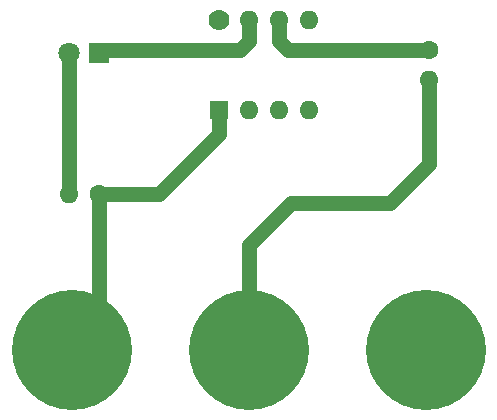
<source format=gbr>
G04 #@! TF.GenerationSoftware,KiCad,Pcbnew,(5.1.5)-2*
G04 #@! TF.CreationDate,2019-12-11T20:36:42+08:00*
G04 #@! TF.ProjectId,kicad,6b696361-642e-46b6-9963-61645f706362,rev?*
G04 #@! TF.SameCoordinates,Original*
G04 #@! TF.FileFunction,Copper,L1,Top*
G04 #@! TF.FilePolarity,Positive*
%FSLAX46Y46*%
G04 Gerber Fmt 4.6, Leading zero omitted, Abs format (unit mm)*
G04 Created by KiCad (PCBNEW (5.1.5)-2) date 2019-12-11 20:36:42*
%MOMM*%
%LPD*%
G04 APERTURE LIST*
%ADD10C,10.160000*%
%ADD11R,1.600000X1.600000*%
%ADD12O,1.600000X1.600000*%
%ADD13C,1.600000*%
%ADD14C,1.800000*%
%ADD15R,1.800000X1.800000*%
%ADD16C,1.778000*%
%ADD17C,1.270000*%
G04 APERTURE END LIST*
D10*
X144399000Y-114554000D03*
X159379000Y-114554000D03*
X129409000Y-114554000D03*
D11*
X141859000Y-94234000D03*
D12*
X149479000Y-86614000D03*
X144399000Y-94234000D03*
X146939000Y-86614000D03*
X146939000Y-94234000D03*
X144399000Y-86614000D03*
X149479000Y-94234000D03*
X141859000Y-86614000D03*
D13*
X159639000Y-89154000D03*
D12*
X159639000Y-91694000D03*
X129159000Y-101346000D03*
D13*
X131699000Y-101346000D03*
D14*
X129159000Y-89408000D03*
D15*
X131699000Y-89408000D03*
D16*
X141859000Y-86614000D03*
D17*
X144399000Y-86614000D02*
X144352802Y-86614000D01*
X144399000Y-87745370D02*
X144387370Y-87757000D01*
X144399000Y-86614000D02*
X144399000Y-87745370D01*
X143637000Y-89154000D02*
X133869000Y-89154000D01*
X133869000Y-89154000D02*
X131699000Y-89154000D01*
X144387370Y-87757000D02*
X144387370Y-88403630D01*
X144387370Y-88403630D02*
X143637000Y-89154000D01*
X129159000Y-89408000D02*
X129159000Y-101346000D01*
X159639000Y-91694000D02*
X159639000Y-98806000D01*
X159639000Y-98806000D02*
X156337000Y-102108000D01*
X156337000Y-102108000D02*
X147955000Y-102108000D01*
X144399000Y-105664000D02*
X144399000Y-114554000D01*
X147955000Y-102108000D02*
X144399000Y-105664000D01*
X131699000Y-112264000D02*
X129409000Y-114554000D01*
X131699000Y-101346000D02*
X131699000Y-112264000D01*
X141859000Y-96304000D02*
X141859000Y-94234000D01*
X136817000Y-101346000D02*
X141859000Y-96304000D01*
X131699000Y-101346000D02*
X136817000Y-101346000D01*
X146939000Y-87745370D02*
X146939000Y-88138000D01*
X146939000Y-86614000D02*
X146939000Y-87745370D01*
X147701000Y-89154000D02*
X158507630Y-89154000D01*
X158507630Y-89154000D02*
X159639000Y-89154000D01*
X146939000Y-87745370D02*
X146939000Y-88392000D01*
X146939000Y-88392000D02*
X147701000Y-89154000D01*
M02*

</source>
